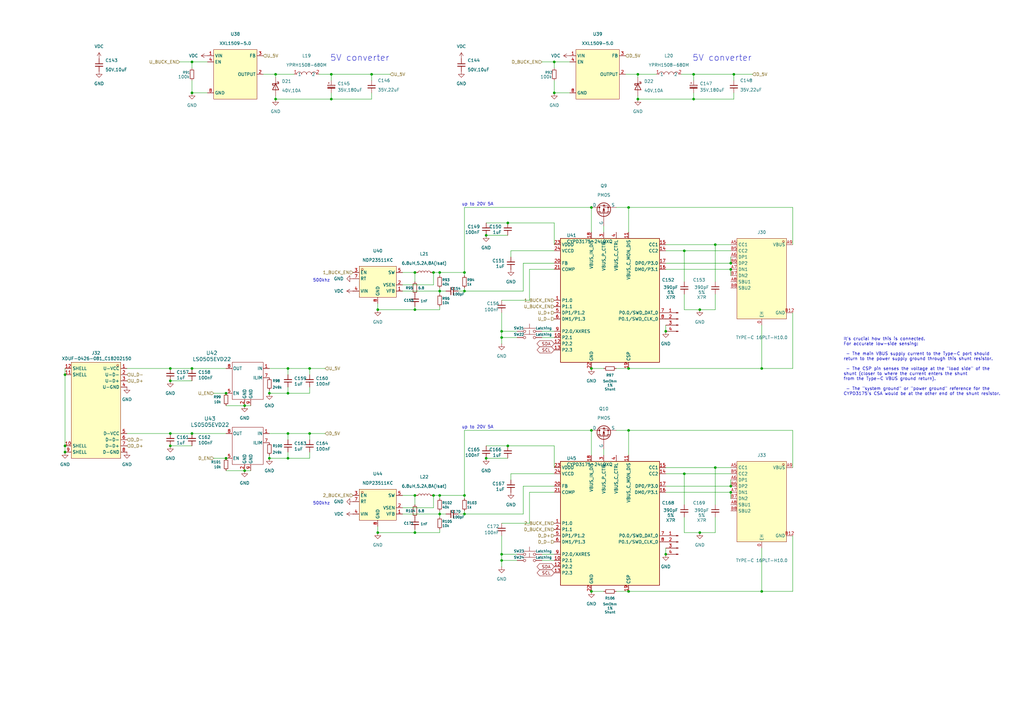
<source format=kicad_sch>
(kicad_sch (version 20250114) (generator "eeschema") (generator_version "9.0")
  (paper "A3")
  (text "up to 20V 5A" (at 202.438 175.26 0) (effects (font (size 1.27 1.27)) (justify right)))
  (text "5V converter" (at 296.164 23.876 0) (effects (font (size 2.54 2.54))))
  (text "up to 20V 5A" (at 202.438 83.82 0) (effects (font (size 1.27 1.27)) (justify right)))
  (text "500khz" (at 131.826 206.502 0) (effects (font (size 1.27 1.27))))
  (text "500khz" (at 131.826 115.062 0) (effects (font (size 1.27 1.27))))
  (text "5V converter" (at 147.574 23.876 0) (effects (font (size 2.54 2.54))))
  (text "It's crucial how this is connected.\nFor accurate low-side sensing:\n\n - The main VBUS supply current to the Type-C port should\nreturn to the power supply ground through this shunt resistor.\n\n - The CSP pin senses the voltage at the \"load side\" of the\nshunt (closer to where the current enters the shunt\nfrom the Type-C VBUS ground return).\n\n - The \"system ground\" or \"power ground\" reference for the\nCYPD3175's CSA would be at the other end of the shunt resistor." (at 345.948 150.368 0) (effects (font (size 1.27 1.27)) (justify left)))
  (junction (at 284.48 40.64))
  (junction (at 299.72 110.49))
  (junction (at 205.74 229.87))
  (junction (at 190.5 119.38))
  (junction (at 180.34 203.2))
  (junction (at 110.49 187.96))
  (junction (at 287.02 127))
  (junction (at 205.74 138.43))
  (junction (at 78.74 177.8))
  (junction (at 257.81 242.57))
  (junction (at 100.33 166.37))
  (junction (at 92.71 161.29))
  (junction (at 261.62 40.64))
  (junction (at 312.42 242.57))
  (junction (at 199.39 187.96))
  (junction (at 154.94 127))
  (junction (at 205.74 135.89))
  (junction (at 69.85 151.13))
  (junction (at 78.74 151.13))
  (junction (at 257.81 176.53))
  (junction (at 312.42 151.13))
  (junction (at 257.81 151.13))
  (junction (at 287.02 218.44))
  (junction (at 280.67 194.31))
  (junction (at 127 177.8))
  (junction (at 190.5 203.2))
  (junction (at 177.8 203.2))
  (junction (at 242.57 85.09))
  (junction (at 293.37 191.77))
  (junction (at 180.34 119.38))
  (junction (at 135.89 30.48))
  (junction (at 154.94 218.44))
  (junction (at 170.18 218.44))
  (junction (at 208.28 91.44))
  (junction (at 26.67 185.42))
  (junction (at 69.85 182.88))
  (junction (at 293.37 100.33))
  (junction (at 113.03 40.64))
  (junction (at 69.85 177.8))
  (junction (at 242.57 242.57))
  (junction (at 26.67 153.67))
  (junction (at 242.57 176.53))
  (junction (at 180.34 111.76))
  (junction (at 190.5 111.76))
  (junction (at 135.89 40.64))
  (junction (at 152.4 30.48))
  (junction (at 299.72 201.93))
  (junction (at 170.18 111.76))
  (junction (at 273.05 227.33))
  (junction (at 118.11 187.96))
  (junction (at 26.67 182.88))
  (junction (at 257.81 85.09))
  (junction (at 199.39 96.52))
  (junction (at 280.67 102.87))
  (junction (at 208.28 182.88))
  (junction (at 227.33 25.4))
  (junction (at 170.18 203.2))
  (junction (at 242.57 151.13))
  (junction (at 299.72 199.39))
  (junction (at 78.74 38.1))
  (junction (at 177.8 111.76))
  (junction (at 118.11 177.8))
  (junction (at 100.33 193.04))
  (junction (at 273.05 135.89))
  (junction (at 118.11 151.13))
  (junction (at 78.74 25.4))
  (junction (at 110.49 161.29))
  (junction (at 300.99 30.48))
  (junction (at 190.5 210.82))
  (junction (at 69.85 156.21))
  (junction (at 299.72 107.95))
  (junction (at 118.11 161.29))
  (junction (at 261.62 30.48))
  (junction (at 227.33 38.1))
  (junction (at 92.71 187.96))
  (junction (at 113.03 30.48))
  (junction (at 284.48 30.48))
  (junction (at 180.34 210.82))
  (junction (at 127 151.13))
  (junction (at 205.74 227.33))
  (junction (at 170.18 127))
  (wire (pts (xy 312.42 133.35) (xy 312.42 151.13)))
  (wire (pts (xy 170.18 127) (xy 180.34 127)))
  (wire (pts (xy 273.05 110.49) (xy 299.72 110.49)))
  (wire (pts (xy 261.62 40.64) (xy 284.48 40.64)))
  (wire (pts (xy 52.07 177.8) (xy 69.85 177.8)))
  (wire (pts (xy 227.33 25.4) (xy 227.33 27.94)))
  (wire (pts (xy 135.89 40.64) (xy 135.89 38.1)))
  (wire (pts (xy 78.74 177.8) (xy 92.71 177.8)))
  (wire (pts (xy 300.99 30.48) (xy 308.61 30.48)))
  (wire (pts (xy 312.42 242.57) (xy 325.12 242.57)))
  (wire (pts (xy 170.18 203.2) (xy 170.18 207.01)))
  (wire (pts (xy 242.57 176.53) (xy 242.57 186.69)))
  (wire (pts (xy 325.12 151.13) (xy 325.12 128.27)))
  (wire (pts (xy 205.74 229.87) (xy 205.74 227.33)))
  (wire (pts (xy 284.48 40.64) (xy 284.48 38.1)))
  (wire (pts (xy 177.8 116.84) (xy 177.8 111.76)))
  (wire (pts (xy 252.73 176.53) (xy 257.81 176.53)))
  (wire (pts (xy 242.57 151.13) (xy 247.65 151.13)))
  (wire (pts (xy 312.42 224.79) (xy 312.42 242.57)))
  (wire (pts (xy 261.62 30.48) (xy 269.24 30.48)))
  (wire (pts (xy 133.35 151.13) (xy 127 151.13)))
  (wire (pts (xy 100.33 166.37) (xy 102.87 166.37)))
  (wire (pts (xy 177.8 208.28) (xy 177.8 203.2)))
  (wire (pts (xy 257.81 176.53) (xy 325.12 176.53)))
  (wire (pts (xy 190.5 119.38) (xy 187.96 119.38)))
  (wire (pts (xy 217.17 110.49) (xy 217.17 123.19)))
  (wire (pts (xy 227.33 38.1) (xy 227.33 33.02)))
  (wire (pts (xy 325.12 85.09) (xy 325.12 100.33)))
  (wire (pts (xy 69.85 151.13) (xy 78.74 151.13)))
  (wire (pts (xy 299.72 201.93) (xy 299.72 204.47)))
  (wire (pts (xy 217.17 123.19) (xy 205.74 123.19)))
  (wire (pts (xy 87.63 161.29) (xy 92.71 161.29)))
  (wire (pts (xy 300.99 30.48) (xy 300.99 33.02)))
  (wire (pts (xy 133.35 177.8) (xy 127 177.8)))
  (wire (pts (xy 299.72 110.49) (xy 299.72 113.03)))
  (wire (pts (xy 273.05 107.95) (xy 299.72 107.95)))
  (wire (pts (xy 217.17 214.63) (xy 205.74 214.63)))
  (wire (pts (xy 154.94 124.46) (xy 154.94 127)))
  (wire (pts (xy 299.72 199.39) (xy 299.72 196.85)))
  (wire (pts (xy 190.5 119.38) (xy 214.63 119.38)))
  (wire (pts (xy 205.74 138.43) (xy 205.74 135.89)))
  (wire (pts (xy 118.11 161.29) (xy 127 161.29)))
  (wire (pts (xy 300.99 40.64) (xy 300.99 38.1)))
  (wire (pts (xy 284.48 40.64) (xy 300.99 40.64)))
  (wire (pts (xy 152.4 30.48) (xy 152.4 33.02)))
  (wire (pts (xy 154.94 215.9) (xy 154.94 218.44)))
  (wire (pts (xy 78.74 38.1) (xy 85.09 38.1)))
  (wire (pts (xy 257.81 151.13) (xy 312.42 151.13)))
  (wire (pts (xy 205.74 232.41) (xy 205.74 229.87)))
  (wire (pts (xy 127 158.75) (xy 127 161.29)))
  (wire (pts (xy 154.94 218.44) (xy 170.18 218.44)))
  (wire (pts (xy 69.85 177.8) (xy 78.74 177.8)))
  (wire (pts (xy 227.33 91.44) (xy 227.33 100.33)))
  (wire (pts (xy 208.28 91.44) (xy 227.33 91.44)))
  (wire (pts (xy 199.39 96.52) (xy 208.28 96.52)))
  (wire (pts (xy 293.37 212.09) (xy 293.37 218.44)))
  (wire (pts (xy 222.25 227.33) (xy 227.33 227.33)))
  (wire (pts (xy 130.81 30.48) (xy 135.89 30.48)))
  (wire (pts (xy 118.11 151.13) (xy 110.49 151.13)))
  (wire (pts (xy 190.5 209.55) (xy 190.5 210.82)))
  (wire (pts (xy 180.34 111.76) (xy 190.5 111.76)))
  (wire (pts (xy 113.03 30.48) (xy 120.65 30.48)))
  (wire (pts (xy 110.49 161.29) (xy 118.11 161.29)))
  (wire (pts (xy 190.5 113.03) (xy 190.5 111.76)))
  (wire (pts (xy 154.94 127) (xy 170.18 127)))
  (wire (pts (xy 208.28 182.88) (xy 227.33 182.88)))
  (wire (pts (xy 118.11 185.42) (xy 118.11 187.96)))
  (wire (pts (xy 280.67 194.31) (xy 280.67 207.01)))
  (wire (pts (xy 325.12 242.57) (xy 325.12 219.71)))
  (wire (pts (xy 222.25 25.4) (xy 227.33 25.4)))
  (wire (pts (xy 312.42 151.13) (xy 325.12 151.13)))
  (wire (pts (xy 110.49 161.29) (xy 110.49 160.02)))
  (wire (pts (xy 190.5 85.09) (xy 242.57 85.09)))
  (wire (pts (xy 247.65 184.15) (xy 247.65 186.69)))
  (wire (pts (xy 190.5 118.11) (xy 190.5 119.38)))
  (wire (pts (xy 280.67 102.87) (xy 299.72 102.87)))
  (wire (pts (xy 100.33 193.04) (xy 102.87 193.04)))
  (wire (pts (xy 180.34 127) (xy 180.34 125.73)))
  (wire (pts (xy 205.74 135.89) (xy 212.09 135.89)))
  (wire (pts (xy 190.5 176.53) (xy 242.57 176.53)))
  (wire (pts (xy 135.89 30.48) (xy 152.4 30.48)))
  (wire (pts (xy 205.74 229.87) (xy 212.09 229.87)))
  (wire (pts (xy 257.81 176.53) (xy 257.81 186.69)))
  (wire (pts (xy 252.73 242.57) (xy 257.81 242.57)))
  (wire (pts (xy 205.74 135.89) (xy 205.74 128.27)))
  (wire (pts (xy 256.54 30.48) (xy 261.62 30.48)))
  (wire (pts (xy 87.63 187.96) (xy 92.71 187.96)))
  (wire (pts (xy 69.85 156.21) (xy 78.74 156.21)))
  (wire (pts (xy 209.55 102.87) (xy 209.55 105.41)))
  (wire (pts (xy 261.62 40.64) (xy 261.62 39.37)))
  (wire (pts (xy 190.5 210.82) (xy 214.63 210.82)))
  (wire (pts (xy 205.74 138.43) (xy 212.09 138.43)))
  (wire (pts (xy 127 153.67) (xy 127 151.13)))
  (wire (pts (xy 180.34 210.82) (xy 182.88 210.82)))
  (wire (pts (xy 273.05 194.31) (xy 280.67 194.31)))
  (wire (pts (xy 26.67 182.88) (xy 26.67 185.42)))
  (wire (pts (xy 180.34 203.2) (xy 190.5 203.2)))
  (wire (pts (xy 214.63 210.82) (xy 214.63 199.39)))
  (wire (pts (xy 205.74 227.33) (xy 205.74 219.71)))
  (wire (pts (xy 293.37 120.65) (xy 293.37 127)))
  (wire (pts (xy 279.4 30.48) (xy 284.48 30.48)))
  (wire (pts (xy 252.73 151.13) (xy 257.81 151.13)))
  (wire (pts (xy 180.34 119.38) (xy 180.34 120.65)))
  (wire (pts (xy 227.33 182.88) (xy 227.33 191.77)))
  (wire (pts (xy 257.81 85.09) (xy 257.81 95.25)))
  (wire (pts (xy 280.67 212.09) (xy 280.67 218.44)))
  (wire (pts (xy 209.55 194.31) (xy 209.55 196.85)))
  (wire (pts (xy 26.67 153.67) (xy 26.67 182.88)))
  (wire (pts (xy 273.05 199.39) (xy 299.72 199.39)))
  (wire (pts (xy 127 151.13) (xy 118.11 151.13)))
  (wire (pts (xy 170.18 218.44) (xy 170.18 217.17)))
  (wire (pts (xy 199.39 182.88) (xy 208.28 182.88)))
  (wire (pts (xy 293.37 100.33) (xy 293.37 115.57)))
  (wire (pts (xy 52.07 151.13) (xy 69.85 151.13)))
  (wire (pts (xy 325.12 176.53) (xy 325.12 191.77)))
  (wire (pts (xy 118.11 187.96) (xy 127 187.96)))
  (wire (pts (xy 26.67 151.13) (xy 26.67 153.67)))
  (wire (pts (xy 127 177.8) (xy 118.11 177.8)))
  (wire (pts (xy 293.37 191.77) (xy 299.72 191.77)))
  (wire (pts (xy 170.18 111.76) (xy 170.18 115.57)))
  (wire (pts (xy 227.33 38.1) (xy 233.68 38.1)))
  (wire (pts (xy 180.34 111.76) (xy 180.34 113.03)))
  (wire (pts (xy 273.05 102.87) (xy 280.67 102.87)))
  (wire (pts (xy 118.11 180.34) (xy 118.11 177.8)))
  (wire (pts (xy 209.55 102.87) (xy 227.33 102.87)))
  (wire (pts (xy 214.63 119.38) (xy 214.63 107.95)))
  (wire (pts (xy 110.49 187.96) (xy 110.49 186.69)))
  (wire (pts (xy 190.5 203.2) (xy 190.5 176.53)))
  (wire (pts (xy 152.4 30.48) (xy 160.02 30.48)))
  (wire (pts (xy 222.25 138.43) (xy 227.33 138.43)))
  (wire (pts (xy 127 180.34) (xy 127 177.8)))
  (wire (pts (xy 284.48 30.48) (xy 300.99 30.48)))
  (wire (pts (xy 293.37 218.44) (xy 287.02 218.44)))
  (wire (pts (xy 180.34 118.11) (xy 180.34 119.38)))
  (wire (pts (xy 127 185.42) (xy 127 187.96)))
  (wire (pts (xy 222.25 135.89) (xy 227.33 135.89)))
  (wire (pts (xy 180.34 218.44) (xy 180.34 217.17)))
  (wire (pts (xy 78.74 25.4) (xy 78.74 27.94)))
  (wire (pts (xy 273.05 201.93) (xy 299.72 201.93)))
  (wire (pts (xy 280.67 120.65) (xy 280.67 127)))
  (wire (pts (xy 170.18 127) (xy 170.18 125.73)))
  (wire (pts (xy 299.72 107.95) (xy 299.72 105.41)))
  (wire (pts (xy 165.1 210.82) (xy 180.34 210.82)))
  (wire (pts (xy 205.74 140.97) (xy 205.74 138.43)))
  (wire (pts (xy 247.65 92.71) (xy 247.65 95.25)))
  (wire (pts (xy 113.03 31.75) (xy 113.03 30.48)))
  (wire (pts (xy 214.63 199.39) (xy 227.33 199.39)))
  (wire (pts (xy 252.73 85.09) (xy 257.81 85.09)))
  (wire (pts (xy 293.37 191.77) (xy 293.37 207.01)))
  (wire (pts (xy 190.5 111.76) (xy 190.5 85.09)))
  (wire (pts (xy 78.74 38.1) (xy 78.74 33.02)))
  (wire (pts (xy 92.71 166.37) (xy 100.33 166.37)))
  (wire (pts (xy 273.05 224.79) (xy 273.05 227.33)))
  (wire (pts (xy 190.5 204.47) (xy 190.5 203.2)))
  (wire (pts (xy 261.62 31.75) (xy 261.62 30.48)))
  (wire (pts (xy 92.71 193.04) (xy 100.33 193.04)))
  (wire (pts (xy 280.67 218.44) (xy 287.02 218.44)))
  (wire (pts (xy 177.8 203.2) (xy 180.34 203.2)))
  (wire (pts (xy 227.33 25.4) (xy 233.68 25.4)))
  (wire (pts (xy 280.67 102.87) (xy 280.67 115.57)))
  (wire (pts (xy 110.49 187.96) (xy 118.11 187.96)))
  (wire (pts (xy 118.11 158.75) (xy 118.11 161.29)))
  (wire (pts (xy 190.5 210.82) (xy 187.96 210.82)))
  (wire (pts (xy 217.17 201.93) (xy 217.17 214.63)))
  (wire (pts (xy 118.11 153.67) (xy 118.11 151.13)))
  (wire (pts (xy 152.4 40.64) (xy 152.4 38.1)))
  (wire (pts (xy 113.03 40.64) (xy 135.89 40.64)))
  (wire (pts (xy 217.17 201.93) (xy 227.33 201.93)))
  (wire (pts (xy 280.67 127) (xy 287.02 127)))
  (wire (pts (xy 214.63 107.95) (xy 227.33 107.95)))
  (wire (pts (xy 165.1 116.84) (xy 177.8 116.84)))
  (wire (pts (xy 180.34 119.38) (xy 182.88 119.38)))
  (wire (pts (xy 78.74 25.4) (xy 85.09 25.4)))
  (wire (pts (xy 284.48 33.02) (xy 284.48 30.48)))
  (wire (pts (xy 209.55 194.31) (xy 227.33 194.31)))
  (wire (pts (xy 165.1 111.76) (xy 170.18 111.76)))
  (wire (pts (xy 180.34 203.2) (xy 180.34 204.47)))
  (wire (pts (xy 113.03 40.64) (xy 113.03 39.37)))
  (wire (pts (xy 180.34 209.55) (xy 180.34 210.82)))
  (wire (pts (xy 107.95 30.48) (xy 113.03 30.48)))
  (wire (pts (xy 273.05 133.35) (xy 273.05 135.89)))
  (wire (pts (xy 273.05 191.77) (xy 293.37 191.77)))
  (wire (pts (xy 170.18 218.44) (xy 180.34 218.44)))
  (wire (pts (xy 222.25 229.87) (xy 227.33 229.87)))
  (wire (pts (xy 205.74 227.33) (xy 212.09 227.33)))
  (wire (pts (xy 78.74 151.13) (xy 92.71 151.13)))
  (wire (pts (xy 293.37 127) (xy 287.02 127)))
  (wire (pts (xy 165.1 208.28) (xy 177.8 208.28)))
  (wire (pts (xy 242.57 242.57) (xy 247.65 242.57)))
  (wire (pts (xy 242.57 85.09) (xy 242.57 95.25)))
  (wire (pts (xy 217.17 110.49) (xy 227.33 110.49)))
  (wire (pts (xy 257.81 242.57) (xy 312.42 242.57)))
  (wire (pts (xy 180.34 210.82) (xy 180.34 212.09)))
  (wire (pts (xy 280.67 194.31) (xy 299.72 194.31)))
  (wire (pts (xy 135.89 40.64) (xy 152.4 40.64)))
  (wire (pts (xy 118.11 177.8) (xy 110.49 177.8)))
  (wire (pts (xy 273.05 100.33) (xy 293.37 100.33)))
  (wire (pts (xy 135.89 33.02) (xy 135.89 30.48)))
  (wire (pts (xy 293.37 100.33) (xy 299.72 100.33)))
  (wire (pts (xy 73.66 25.4) (xy 78.74 25.4)))
  (wire (pts (xy 257.81 85.09) (xy 325.12 85.09)))
  (wire (pts (xy 69.85 182.88) (xy 78.74 182.88)))
  (wire (pts (xy 165.1 203.2) (xy 170.18 203.2)))
  (wire (pts (xy 199.39 187.96) (xy 208.28 187.96)))
  (wire (pts (xy 165.1 119.38) (xy 180.34 119.38)))
  (wire (pts (xy 177.8 111.76) (xy 180.34 111.76)))
  (wire (pts (xy 199.39 91.44) (xy 208.28 91.44)))
  (global_label "SCL" (shape bidirectional) (at 227.33 143.51 180) (property "Intersheetrefs" "${INTERSHEET_REFS}" (effects (hide yes))))
  (global_label "SCL" (shape bidirectional) (at 227.33 234.95 180) (property "Intersheetrefs" "${INTERSHEET_REFS}" (effects (hide yes))))
  (global_label "SDA" (shape bidirectional) (at 227.33 140.97 180) (property "Intersheetrefs" "${INTERSHEET_REFS}" (effects (hide yes))))
  (global_label "SDA" (shape bidirectional) (at 227.33 232.41 180) (property "Intersheetrefs" "${INTERSHEET_REFS}" (effects (hide yes))))
  (hierarchical_label "1_BUCK_EN" (shape input) (at 144.78 111.76 180))
  (hierarchical_label "D_EN" (shape input) (at 87.63 187.96 180))
  (hierarchical_label "U_D-" (shape input) (at 52.07 153.67 0))
  (hierarchical_label "U_D-" (shape input) (at 227.33 130.81 180))
  (hierarchical_label "U_EN" (shape input) (at 87.63 161.29 180))
  (hierarchical_label "U_5V" (shape input) (at 107.95 22.86 0))
  (hierarchical_label "2_BUCK_EN" (shape input) (at 144.78 203.2 180))
  (hierarchical_label "D_5V" (shape input) (at 256.54 22.86 0))
  (hierarchical_label "D_D-" (shape input) (at 227.33 222.25 180))
  (hierarchical_label "D_D+" (shape input) (at 227.33 219.71 180))
  (hierarchical_label "1_BUCK_EN" (shape input) (at 227.33 123.19 180))
  (hierarchical_label "U_D+" (shape input) (at 52.07 156.21 0))
  (hierarchical_label "U_5V" (shape input) (at 160.02 30.48 0))
  (hierarchical_label "D_BUCK_EN" (shape input) (at 227.33 217.17 180))
  (hierarchical_label "U_BUCK_EN" (shape input) (at 227.33 125.73 180))
  (hierarchical_label "D_BUCK_EN" (shape input) (at 222.25 25.4 180))
  (hierarchical_label "U_BUCK_EN" (shape input) (at 73.66 25.4 180))
  (hierarchical_label "D_5V" (shape input) (at 133.35 177.8 0))
  (hierarchical_label "U_5V" (shape input) (at 133.35 151.13 0))
  (hierarchical_label "D_D+" (shape input) (at 52.07 182.88 0))
  (hierarchical_label "D_D-" (shape input) (at 52.07 180.34 0))
  (hierarchical_label "D_5V" (shape input) (at 308.61 30.48 0))
  (hierarchical_label "2_BUCK_EN" (shape input) (at 227.33 214.63 180))
  (hierarchical_label "U_D+" (shape input) (at 227.33 128.27 180))
  (symbol (lib_id "Device:C_Small") (at 185.42 210.82 90) (unit 1)
    (property "Reference" "C170" (at 188.976 209.804 90) (effects (font (size 1.016 1.016)) (justify left)))
    (property "Value" "100pF" (at 190.5 212.09 90) (effects (font (size 1.016 1.016)) (justify left)))
    (property "Footprint" "Capacitor_SMD:C_0201_0603Metric_Pad0.64x0.40mm_HandSolder" (effects (hide yes)))
    (property "Description" "Unpolarized capacitor, small symbol" (effects (hide yes)))
  )
  (symbol (lib_id "Device:C_Polarized_Small") (at 135.89 35.56 0) (unit 1)
    (property "Reference" "C145" (at 138.43 34.29 0) (effects (justify left)))
    (property "Value" "35V,180uF" (at 138.43 36.9188 0) (effects (justify left)))
    (property "Footprint" "Capacitor_THT:CP_Radial_D8.0mm_P5.00mm" (effects (hide yes)))
    (property "Description" "Polarized capacitor, small symbol" (effects (hide yes)))
  )
  (symbol (lib_id "LS0505EVD22:LS0505EVD22") (at 115.57 177.8 0) (mirror y) (unit 1)
    (property "Reference" "U43" (at 86.106 171.704 0) (effects (font (size 1.524 1.524))))
    (property "Value" "LS0505EVD22" (at 86.106 174.244 0) (effects (font (size 1.524 1.524))))
    (property "Footprint" "LS0505EVD22:LS0505EVD22_LTF" (effects (hide yes)))
    (property "Datasheet" "LS0505EVD22" (effects (hide yes)))
  )
  (symbol (lib_id "Device:C_Small") (at 170.18 214.63 0) (unit 1)
    (property "Reference" "C171" (at 165.608 214.63 0) (effects (font (size 1.016 1.016)) (justify left)))
    (property "Value" "1nF" (at 172.466 214.884 0) (effects (font (size 1.016 1.016)) (justify left)))
    (property "Footprint" "Capacitor_SMD:C_0201_0603Metric_Pad0.64x0.40mm_HandSolder" (effects (hide yes)))
    (property "Description" "Unpolarized capacitor, small symbol" (effects (hide yes)))
  )
  (symbol (lib_id "power:GND") (at 273.05 135.89 0) (mirror y) (unit 1)
    (property "Reference" "#PWR0216" (effects (hide yes)))
    (property "Value" "GND" (at 273.05 140.97 0))
    (property "Description" "Power symbol creates a global label with name \"GND\" , ground" (effects (hide yes)))
  )
  (symbol (lib_id "power:GND") (at 242.57 242.57 0) (unit 1)
    (property "Reference" "#PWR0235" (effects (hide yes)))
    (property "Value" "GND" (at 242.57 247.65 0))
    (property "Description" "Power symbol creates a global label with name \"GND\" , ground" (effects (hide yes)))
  )
  (symbol (lib_id "Switch:SW_Push") (at 217.17 135.89 0) (unit 1) (on_board no)
    (property "Reference" "SW21" (at 212.852 134.62 0) (effects (font (size 1.016 1.016))))
    (property "Value" "Latching" (at 223.012 134.62 0) (effects (font (size 1.016 1.016))))
    (property "Footprint" "easyeda2kicad:SW-TH_6P-L8.0-W8.0-P2.50" (effects (hide yes)))
    (property "Description" "Push button switch, generic, two pins" (effects (hide yes)))
  )
  (symbol (lib_id "Device:C_Small") (at 69.85 153.67 180) (unit 1)
    (property "Reference" "C157" (at 72.39 152.654 0) (effects (justify right)))
    (property "Value" "1uF" (at 72.39 154.94 0) (effects (justify right)))
    (property "Footprint" "Capacitor_SMD:C_0402_1005Metric_Pad0.74x0.62mm_HandSolder" (effects (hide yes)))
    (property "Description" "Unpolarized capacitor, small symbol" (effects (hide yes)))
  )
  (symbol (lib_id "Connector:Conn_01x04_Pin") (at 278.13 130.81 0) (mirror y) (unit 1)
    (property "Reference" "J31" (effects (hide yes)))
    (property "Value" "Conn_01x04_Pin" (effects (hide yes)))
    (property "Footprint" "Connector_PinHeader_2.54mm:PinHeader_2x02_P2.54mm_Vertical" (effects (hide yes)))
    (property "Description" "Generic connector, single row, 01x04, script generated" (effects (hide yes)))
  )
  (symbol (lib_id "Device:C_Small") (at 300.99 35.56 0) (unit 1)
    (property "Reference" "C148" (at 303.53 33.02 0) (effects (justify left)))
    (property "Value" "35V,22uF" (at 303.53 36.83 0) (effects (justify left)))
    (property "Footprint" "Capacitor_SMD:C_0805_2012Metric_Pad1.18x1.45mm_HandSolder" (effects (hide yes)))
    (property "Description" "Unpolarized capacitor, small symbol" (effects (hide yes)))
  )
  (symbol (lib_id "misc:CYPD3175-24LQXQ") (at 250.19 123.19 0) (unit 1)
    (property "Reference" "U41" (at 232.41 96.52 0) (effects (justify left)))
    (property "Value" "CYPD3175-24LQXQ" (at 232.41 99.06 0) (effects (justify left)))
    (property "Footprint" "Package_DFN_QFN:QFN-24-1EP_4x4mm_P0.5mm_EP2.75x2.75mm" (effects (hide yes)))
    (property "Datasheet" "https://www.infineon.com/dgdl/Infineon-EZ-PD(TM)_CCG3PA_Datasheet_USB_Type-C_Port_Controller-DataSheet-v09_00-EN.pdf?fileId=8ac78c8c7d0d8da4017d0ee438366ac0" (effects (hide yes)))
    (property "Description" "USB Type-C port controller, Cortex®-M0 processor, DFP CC with direct feedback bootloader, QFN-24" (effects (hide yes)))
  )
  (symbol (lib_id "Device:R_Small") (at 92.71 190.5 0) (mirror y) (unit 1)
    (property "Reference" "R101" (at 90.678 189.4841 0) (effects (font (size 1.016 1.016)) (justify left)))
    (property "Value" "10k" (at 90.678 191.516 0) (effects (font (size 1.016 1.016)) (justify left)))
    (property "Footprint" "Resistor_SMD:R_0402_1005Metric_Pad0.72x0.64mm_HandSolder" (effects (hide yes)))
    (property "Description" "Resistor, small symbol" (effects (hide yes)))
  )
  (symbol (lib_id "Device:R_Small") (at 110.49 157.48 0) (unit 1)
    (property "Reference" "R98" (at 111.76 156.21 0) (effects (font (size 1.016 1.016)) (justify left)))
    (property "Value" "249k" (at 111.76 158.877 0) (effects (font (size 1.016 1.016)) (justify left)))
    (property "Footprint" "Resistor_SMD:R_0402_1005Metric_Pad0.72x0.64mm_HandSolder" (effects (hide yes)))
    (property "Description" "Resistor, small symbol" (effects (hide yes)))
  )
  (symbol (lib_id "Device:L") (at 173.99 203.2 90) (unit 1)
    (property "Reference" "L22" (at 173.99 195.58 90))
    (property "Value" "6.8uH,5.2A,8A(Isat)" (at 173.99 199.39 90))
    (property "Footprint" "easyeda2kicad:IND-SMD_L8.0-W8.0-1" (effects (hide yes)))
    (property "Description" "Inductor" (effects (hide yes)))
  )
  (symbol (lib_id "power:GND") (at 40.64 29.21 0) (unit 1)
    (property "Reference" "#PWR0203" (effects (hide yes)))
    (property "Value" "GND" (at 40.64 34.29 0))
    (property "Description" "Power symbol creates a global label with name \"GND\" , ground" (effects (hide yes)))
  )
  (symbol (lib_id "Device:C_Polarized_Small") (at 284.48 35.56 0) (unit 1)
    (property "Reference" "C147" (at 287.02 34.29 0) (effects (justify left)))
    (property "Value" "35V,180uF" (at 287.02 36.9188 0) (effects (justify left)))
    (property "Footprint" "Capacitor_THT:CP_Radial_D8.0mm_P5.00mm" (effects (hide yes)))
    (property "Description" "Polarized capacitor, small symbol" (effects (hide yes)))
  )
  (symbol (lib_id "easyeda2kicad:XXL1509-5.0") (at 96.52 30.48 0) (mirror y) (unit 1)
    (property "Reference" "U38" (at 96.52 13.97 0))
    (property "Value" "XXL1509-5.0" (at 96.52 17.78 0))
    (property "Footprint" "easyeda2kicad:SOIC-8_L4.9-W3.9-P1.27-LS6.0-BL" (effects (hide yes)))
    (property "LCSC Part" "C42376977" (effects (hide yes)))
  )
  (symbol (lib_id "Device:C_Small") (at 209.55 107.95 0) (mirror x) (unit 1)
    (property "Reference" "C151" (at 207.01 106.934 0) (effects (justify right)))
    (property "Value" "1uF" (at 207.01 109.22 0) (effects (justify right)))
    (property "Footprint" "Capacitor_SMD:C_0402_1005Metric_Pad0.74x0.62mm_HandSolder" (effects (hide yes)))
    (property "Description" "Unpolarized capacitor, small symbol" (effects (hide yes)))
  )
  (symbol (lib_id "power:VDC") (at 144.78 119.38 90) (unit 1)
    (property "Reference" "#PWR0283" (effects (hide yes)))
    (property "Value" "VDC" (at 140.97 119.3799 90) (effects (justify left)))
    (property "Description" "Power symbol creates a global label with name \"VDC\"" (effects (hide yes)))
  )
  (symbol (lib_id "power:GND") (at 205.74 140.97 0) (unit 1)
    (property "Reference" "#PWR0214" (effects (hide yes)))
    (property "Value" "GND" (at 205.74 146.05 0))
    (property "Description" "Power symbol creates a global label with name \"GND\" , ground" (effects (hide yes)))
  )
  (symbol (lib_id "power:VDC") (at 233.68 22.86 90) (unit 1)
    (property "Reference" "#PWR0200" (effects (hide yes)))
    (property "Value" "VDC" (at 229.87 22.8599 90) (effects (justify left)))
    (property "Description" "Power symbol creates a global label with name \"VDC\"" (effects (hide yes)))
  )
  (symbol (lib_id "Switch:SW_Push") (at 217.17 229.87 0) (unit 1) (on_board no)
    (property "Reference" "SW24" (at 212.852 228.6 0) (effects (font (size 1.016 1.016))))
    (property "Value" "Latching" (at 223.012 228.6 0) (effects (font (size 1.016 1.016))))
    (property "Footprint" "easyeda2kicad:SW-TH_6P-L8.0-W8.0-P2.50" (effects (hide yes)))
    (property "Description" "Push button switch, generic, two pins" (effects (hide yes)))
  )
  (symbol (lib_id "easyeda2kicad:NDP23511KC") (at 154.94 115.57 0) (unit 1)
    (property "Reference" "U40" (at 154.94 102.87 0))
    (property "Value" "NDP23511KC" (at 154.94 106.68 0))
    (property "Footprint" "easyeda2kicad:SOP-8_L4.9-W3.9-P1.27-LS6.0-BL" (effects (hide yes)))
    (property "LCSC Part" "C17702285" (effects (hide yes)))
  )
  (symbol (lib_id "Device:R_Small") (at 110.49 184.15 0) (unit 1)
    (property "Reference" "R100" (at 111.76 182.88 0) (effects (font (size 1.016 1.016)) (justify left)))
    (property "Value" "249k" (at 111.76 185.547 0) (effects (font (size 1.016 1.016)) (justify left)))
    (property "Footprint" "Resistor_SMD:R_0402_1005Metric_Pad0.72x0.64mm_HandSolder" (effects (hide yes)))
    (property "Description" "Resistor, small symbol" (effects (hide yes)))
  )
  (symbol (lib_id "Device:R_Small") (at 78.74 30.48 180) (unit 1)
    (property "Reference" "R91" (at 76.454 29.718 0) (effects (font (size 1.016 1.016))))
    (property "Value" "100k" (at 75.438 31.496 0))
    (property "Footprint" "Resistor_SMD:R_0402_1005Metric_Pad0.72x0.64mm_HandSolder" (effects (hide yes)))
    (property "Description" "Resistor, small symbol" (effects (hide yes)))
  )
  (symbol (lib_id "power:GND") (at 227.33 38.1 0) (mirror y) (unit 1)
    (property "Reference" "#PWR0206" (effects (hide yes)))
    (property "Value" "GND" (at 227.33 43.18 0))
    (property "Description" "Power symbol creates a global label with name \"GND\" , ground" (effects (hide yes)))
  )
  (symbol (lib_id "Device:R_Small") (at 190.5 115.57 0) (unit 1)
    (property "Reference" "R94" (at 191.516 114.808 0) (effects (font (size 1.016 1.016)) (justify left)))
    (property "Value" "1k" (at 191.516 116.586 0) (effects (font (size 1.016 1.016)) (justify left)))
    (property "Footprint" "Resistor_SMD:R_0402_1005Metric_Pad0.72x0.64mm_HandSolder" (effects (hide yes)))
    (property "Description" "Resistor, small symbol" (effects (hide yes)))
  )
  (symbol (lib_id "Simulation_SPICE:PMOS") (at 247.65 179.07 90) (unit 1)
    (property "Reference" "Q10" (at 247.65 167.64 90))
    (property "Value" "PMOS" (at 247.65 171.45 90))
    (property "Footprint" "easyeda2kicad:PDFN-8_L5.2-W5.9-P1.27-LS6.2-BL" (effects (hide yes)))
    (property "Datasheet" "https://ngspice.sourceforge.io/docs/ngspice-html-manual/manual.xhtml#cha_MOSFETs" (effects (hide yes)))
    (property "Description" "P-MOSFET transistor, drain/source/gate" (effects (hide yes)))
    (property "Sim.Device" "PMOS" (effects (hide yes)))
    (property "Sim.Type" "VDMOS" (effects (hide yes)))
    (property "Sim.Pins" "1=D 2=G 3=S" (effects (hide yes)))
  )
  (symbol (lib_id "power:GND") (at 205.74 232.41 0) (unit 1)
    (property "Reference" "#PWR0232" (effects (hide yes)))
    (property "Value" "GND" (at 205.74 237.49 0))
    (property "Description" "Power symbol creates a global label with name \"GND\" , ground" (effects (hide yes)))
  )
  (symbol (lib_id "Device:C_Small") (at 293.37 118.11 0) (mirror y) (unit 1)
    (property "Reference" "C153" (at 289.306 114.808 0) (effects (justify left)))
    (property "Value" "390pF\n5%\nX7R" (at 290.83 119.888 0) (effects (justify left)))
    (property "Footprint" "Capacitor_SMD:C_0603_1608Metric_Pad1.08x0.95mm_HandSolder" (effects (hide yes)))
    (property "Description" "Unpolarized capacitor, small symbol" (effects (hide yes)))
  )
  (symbol (lib_id "Device:R_Small") (at 170.18 118.11 0) (unit 1)
    (property "Reference" "R95" (at 166.37 118.11 0) (effects (font (size 1.016 1.016)) (justify left)))
    (property "Value" "6.8" (at 171.45 118.11 0) (effects (font (size 1.016 1.016)) (justify left)))
    (property "Footprint" "Resistor_SMD:R_0402_1005Metric_Pad0.72x0.64mm_HandSolder" (effects (hide yes)))
    (property "Description" "Resistor, small symbol" (effects (hide yes)))
  )
  (symbol (lib_id "Device:C_Small") (at 280.67 118.11 0) (mirror y) (unit 1)
    (property "Reference" "C152" (at 276.606 114.808 0) (effects (justify left)))
    (property "Value" "390pF\n5%\nX7R" (at 278.13 119.888 0) (effects (justify left)))
    (property "Footprint" "Capacitor_SMD:C_0603_1608Metric_Pad1.08x0.95mm_HandSolder" (effects (hide yes)))
    (property "Description" "Unpolarized capacitor, small symbol" (effects (hide yes)))
  )
  (symbol (lib_id "power:VDC") (at 85.09 22.86 90) (unit 1)
    (property "Reference" "#PWR0199" (effects (hide yes)))
    (property "Value" "VDC" (at 81.28 22.8599 90) (effects (justify left)))
    (property "Description" "Power symbol creates a global label with name \"VDC\"" (effects (hide yes)))
  )
  (symbol (lib_id "LS0505EVD22:LS0505EVD22") (at 115.57 151.13 0) (mirror y) (unit 1)
    (property "Reference" "U42" (at 86.868 144.78 0) (effects (font (size 1.524 1.524))))
    (property "Value" "LS0505EVD22" (at 86.868 147.32 0) (effects (font (size 1.524 1.524))))
    (property "Footprint" "LS0505EVD22:LS0505EVD22_LTF" (effects (hide yes)))
    (property "Datasheet" "LS0505EVD22" (effects (hide yes)))
  )
  (symbol (lib_id "power:GND") (at 154.94 218.44 0) (unit 1)
    (property "Reference" "#PWR0230" (effects (hide yes)))
    (property "Value" "GND" (at 154.94 223.52 0))
    (property "Description" "Power symbol creates a global label with name \"GND\" , ground" (effects (hide yes)))
  )
  (symbol (lib_id "Device:C_Small") (at 127 156.21 180) (unit 1)
    (property "Reference" "C160" (at 129.54 155.194 0) (effects (justify right)))
    (property "Value" "100nF" (at 129.54 157.48 0) (effects (justify right)))
    (property "Footprint" "Capacitor_SMD:C_0201_0603Metric_Pad0.64x0.40mm_HandSolder" (effects (hide yes)))
    (property "Description" "Unpolarized capacitor, small symbol" (effects (hide yes)))
  )
  (symbol (lib_id "Device:L") (at 173.99 111.76 90) (unit 1)
    (property "Reference" "L21" (at 173.99 104.14 90))
    (property "Value" "6.8uH,5.2A,8A(Isat)" (at 173.99 107.95 90))
    (property "Footprint" "easyeda2kicad:IND-SMD_L8.0-W8.0-1" (effects (hide yes)))
    (property "Description" "Inductor" (effects (hide yes)))
  )
  (symbol (lib_id "power:GND") (at 199.39 187.96 0) (unit 1)
    (property "Reference" "#PWR0226" (effects (hide yes)))
    (property "Value" "GND" (at 199.39 193.04 0))
    (property "Description" "Power symbol creates a global label with name \"GND\" , ground" (effects (hide yes)))
  )
  (symbol (lib_id "Device:C_Small") (at 209.55 199.39 0) (mirror x) (unit 1)
    (property "Reference" "C167" (at 207.01 198.374 0) (effects (justify right)))
    (property "Value" "1uF" (at 207.01 200.66 0) (effects (justify right)))
    (property "Footprint" "Capacitor_SMD:C_0402_1005Metric_Pad0.74x0.62mm_HandSolder" (effects (hide yes)))
    (property "Description" "Unpolarized capacitor, small symbol" (effects (hide yes)))
  )
  (symbol (lib_id "power:GND") (at 189.23 29.21 0) (unit 1)
    (property "Reference" "#PWR0204" (effects (hide yes)))
    (property "Value" "GND" (at 189.23 34.29 0))
    (property "Description" "Power symbol creates a global label with name \"GND\" , ground" (effects (hide yes)))
  )
  (symbol (lib_id "Device:C_Small") (at 118.11 156.21 180) (unit 1)
    (property "Reference" "C159" (at 120.65 155.194 0) (effects (justify right)))
    (property "Value" "1uF" (at 120.65 157.48 0) (effects (justify right)))
    (property "Footprint" "Capacitor_SMD:C_0402_1005Metric_Pad0.74x0.62mm_HandSolder" (effects (hide yes)))
    (property "Description" "Unpolarized capacitor, small symbol" (effects (hide yes)))
  )
  (symbol (lib_id "easyeda2kicad:TYPE-C16PLT-H10.0") (at 312.42 115.57 0) (mirror y) (unit 1)
    (property "Reference" "J30" (at 312.42 95.25 0))
    (property "Value" "TYPE-C 16PLT-H10.0" (at 312.42 138.43 0))
    (property "Footprint" "easyeda2kicad:TYPE-C-SMD_USB4120-03-C" (effects (hide yes)))
    (property "LCSC Part" "C3151749" (effects (hide yes)))
  )
  (symbol (lib_id "Device:C_Small") (at 118.11 182.88 180) (unit 1)
    (property "Reference" "C163" (at 120.65 181.864 0) (effects (justify right)))
    (property "Value" "1uF" (at 120.65 184.15 0) (effects (justify right)))
    (property "Footprint" "Capacitor_SMD:C_0402_1005Metric_Pad0.74x0.62mm_HandSolder" (effects (hide yes)))
    (property "Description" "Unpolarized capacitor, small symbol" (effects (hide yes)))
  )
  (symbol (lib_id "easyeda2kicad:NDP23511KC") (at 154.94 207.01 0) (unit 1)
    (property "Reference" "U44" (at 154.94 194.31 0))
    (property "Value" "NDP23511KC" (at 154.94 198.12 0))
    (property "Footprint" "easyeda2kicad:SOP-8_L4.9-W3.9-P1.27-LS6.0-BL" (effects (hide yes)))
    (property "LCSC Part" "C17702285" (effects (hide yes)))
  )
  (symbol (lib_id "Device:C_Small") (at 152.4 35.56 0) (unit 1)
    (property "Reference" "C146" (at 154.94 33.02 0) (effects (justify left)))
    (property "Value" "35V,22uF" (at 154.94 36.83 0) (effects (justify left)))
    (property "Footprint" "Capacitor_SMD:C_0805_2012Metric_Pad1.18x1.45mm_HandSolder" (effects (hide yes)))
    (property "Description" "Unpolarized capacitor, small symbol" (effects (hide yes)))
  )
  (symbol (lib_id "Device:R_Small") (at 180.34 214.63 0) (unit 1)
    (property "Reference" "R105" (at 181.356 213.868 0) (effects (font (size 1.016 1.016)) (justify left)))
    (property "Value" "10k" (at 181.356 215.646 0) (effects (font (size 1.016 1.016)) (justify left)))
    (property "Footprint" "Resistor_SMD:R_0402_1005Metric_Pad0.72x0.64mm_HandSolder" (effects (hide yes)))
    (property "Description" "Resistor, small symbol" (effects (hide yes)))
  )
  (symbol (lib_id "power:GND") (at 144.78 114.3 270) (unit 1)
    (property "Reference" "#PWR0211" (effects (hide yes)))
    (property "Value" "GND" (at 140.97 114.2999 90) (effects (justify right)))
    (property "Description" "Power symbol creates a global label with name \"GND\" , ground" (effects (hide yes)))
  )
  (symbol (lib_id "Device:D_Schottky") (at 261.62 35.56 270) (unit 1)
    (property "Reference" "D22" (at 264.16 33.3374 90) (effects (justify left)))
    (property "Value" "40V,10A" (at 264.16 37.1474 90) (effects (justify left)))
    (property "Footprint" "Diode_SMD:D_SMB_Handsoldering" (effects (hide yes)))
    (property "Description" "Schottky diode" (effects (hide yes)))
  )
  (symbol (lib_id "Device:D_Schottky") (at 113.03 35.56 270) (unit 1)
    (property "Reference" "D21" (at 115.57 33.3374 90) (effects (justify left)))
    (property "Value" "40V,10A" (at 115.57 37.1474 90) (effects (justify left)))
    (property "Footprint" "Diode_SMD:D_SMB_Handsoldering" (effects (hide yes)))
    (property "Description" "Schottky diode" (effects (hide yes)))
  )
  (symbol (lib_id "Device:R_Small") (at 180.34 115.57 0) (unit 1)
    (property "Reference" "R93" (at 181.356 114.808 0) (effects (font (size 1.016 1.016)) (justify left)))
    (property "Value" "40k" (at 181.356 116.586 0) (effects (font (size 1.016 1.016)) (justify left)))
    (property "Footprint" "Resistor_SMD:R_0603_1608Metric_Pad0.98x0.95mm_HandSolder" (effects (hide yes)))
    (property "Description" "Resistor, small symbol" (effects (hide yes)))
  )
  (symbol (lib_id "power:GND") (at 273.05 227.33 0) (mirror y) (unit 1)
    (property "Reference" "#PWR0234" (effects (hide yes)))
    (property "Value" "GND" (at 273.05 232.41 0))
    (property "Description" "Power symbol creates a global label with name \"GND\" , ground" (effects (hide yes)))
  )
  (symbol (lib_id "power:GND") (at 287.02 218.44 0) (unit 1)
    (property "Reference" "#PWR0231" (effects (hide yes)))
    (property "Value" "GND" (at 287.02 223.52 0))
    (property "Description" "Power symbol creates a global label with name \"GND\" , ground" (effects (hide yes)))
  )
  (symbol (lib_id "power:GND") (at 100.33 193.04 0) (mirror y) (unit 1)
    (property "Reference" "#PWR0227" (effects (hide yes)))
    (property "Value" "GND" (at 100.33 198.12 0))
    (property "Description" "Power symbol creates a global label with name \"GND\" , ground" (effects (hide yes)))
  )
  (symbol (lib_id "easyeda2kicad:YPRH1508-680M") (at 125.73 30.48 0) (unit 1)
    (property "Reference" "L19" (at 125.73 22.86 0))
    (property "Value" "YPRH1508-680M" (at 125.73 26.67 0))
    (property "Footprint" "easyeda2kicad:IND-SMD_L15.0-W15.0" (effects (hide yes)))
    (property "LCSC Part" "C970544" (effects (hide yes)))
  )
  (symbol (lib_id "power:GND") (at 209.55 110.49 0) (unit 1)
    (property "Reference" "#PWR0210" (effects (hide yes)))
    (property "Value" "GND" (at 209.55 115.57 0))
    (property "Description" "Power symbol creates a global label with name \"GND\" , ground" (effects (hide yes)))
  )
  (symbol (lib_id "Device:C_Small") (at 170.18 123.19 0) (unit 1)
    (property "Reference" "C155" (at 165.608 123.19 0) (effects (font (size 1.016 1.016)) (justify left)))
    (property "Value" "1nF" (at 172.466 123.444 0) (effects (font (size 1.016 1.016)) (justify left)))
    (property "Footprint" "Capacitor_SMD:C_0201_0603Metric_Pad0.64x0.40mm_HandSolder" (effects (hide yes)))
    (property "Description" "Unpolarized capacitor, small symbol" (effects (hide yes)))
  )
  (symbol (lib_id "Device:C_Small") (at 208.28 93.98 0) (mirror x) (unit 1)
    (property "Reference" "C150" (at 205.74 92.964 0) (effects (justify right)))
    (property "Value" "1uF" (at 205.74 95.25 0) (effects (justify right)))
    (property "Footprint" "Capacitor_SMD:C_0402_1005Metric_Pad0.74x0.62mm_HandSolder" (effects (hide yes)))
    (property "Description" "Unpolarized capacitor, small symbol" (effects (hide yes)))
  )
  (symbol (lib_id "power:GND") (at 113.03 40.64 0) (unit 1)
    (property "Reference" "#PWR0207" (effects (hide yes)))
    (property "Value" "GND" (at 113.03 45.72 0))
    (property "Description" "Power symbol creates a global label with name \"GND\" , ground" (effects (hide yes)))
  )
  (symbol (lib_id "power:GND") (at 52.07 185.42 0) (mirror y) (unit 1)
    (property "Reference" "#PWR0224" (effects (hide yes)))
    (property "Value" "GND" (at 52.07 190.5 0))
    (property "Description" "Power symbol creates a global label with name \"GND\" , ground" (effects (hide yes)))
  )
  (symbol (lib_id "power:GND") (at 242.57 151.13 0) (unit 1)
    (property "Reference" "#PWR0217" (effects (hide yes)))
    (property "Value" "GND" (at 242.57 156.21 0))
    (property "Description" "Power symbol creates a global label with name \"GND\" , ground" (effects (hide yes)))
  )
  (symbol (lib_id "Device:R_Small") (at 227.33 30.48 180) (unit 1)
    (property "Reference" "R92" (at 225.044 29.718 0) (effects (font (size 1.016 1.016))))
    (property "Value" "100k" (at 224.028 31.496 0))
    (property "Footprint" "Resistor_SMD:R_0402_1005Metric_Pad0.72x0.64mm_HandSolder" (effects (hide yes)))
    (property "Description" "Resistor, small symbol" (effects (hide yes)))
  )
  (symbol (lib_id "Device:C_Small") (at 78.74 180.34 180) (unit 1)
    (property "Reference" "C162" (at 81.28 179.324 0) (effects (justify right)))
    (property "Value" "100nF" (at 81.28 181.61 0) (effects (justify right)))
    (property "Footprint" "Capacitor_SMD:C_0201_0603Metric_Pad0.64x0.40mm_HandSolder" (effects (hide yes)))
    (property "Description" "Unpolarized capacitor, small symbol" (effects (hide yes)))
  )
  (symbol (lib_id "power:GND") (at 287.02 127 0) (unit 1)
    (property "Reference" "#PWR0213" (effects (hide yes)))
    (property "Value" "GND" (at 287.02 132.08 0))
    (property "Description" "Power symbol creates a global label with name \"GND\" , ground" (effects (hide yes)))
  )
  (symbol (lib_id "power:GND") (at 78.74 38.1 0) (mirror y) (unit 1)
    (property "Reference" "#PWR0205" (effects (hide yes)))
    (property "Value" "GND" (at 78.74 43.18 0))
    (property "Description" "Power symbol creates a global label with name \"GND\" , ground" (effects (hide yes)))
  )
  (symbol (lib_id "Device:C_Small") (at 69.85 180.34 180) (unit 1)
    (property "Reference" "C161" (at 72.39 179.324 0) (effects (justify right)))
    (property "Value" "1uF" (at 72.39 181.61 0) (effects (justify right)))
    (property "Footprint" "Capacitor_SMD:C_0402_1005Metric_Pad0.74x0.62mm_HandSolder" (effects (hide yes)))
    (property "Description" "Unpolarized capacitor, small symbol" (effects (hide yes)))
  )
  (symbol (lib_id "power:GND") (at 209.55 201.93 0) (unit 1)
    (property "Reference" "#PWR0228" (effects (hide yes)))
    (property "Value" "GND" (at 209.55 207.01 0))
    (property "Description" "Power symbol creates a global label with name \"GND\" , ground" (effects (hide yes)))
  )
  (symbol (lib_id "Device:C_Small") (at 280.67 209.55 0) (mirror y) (unit 1)
    (property "Reference" "C168" (at 276.606 206.248 0) (effects (justify left)))
    (property "Value" "390pF\n5%\nX7R" (at 278.13 211.328 0) (effects (justify left)))
    (property "Footprint" "Capacitor_SMD:C_0603_1608Metric_Pad1.08x0.95mm_HandSolder" (effects (hide yes)))
    (property "Description" "Unpolarized capacitor, small symbol" (effects (hide yes)))
  )
  (symbol (lib_id "power:VDC") (at 189.23 24.13 0) (unit 1)
    (property "Reference" "#PWR0202" (effects (hide yes)))
    (property "Value" "VDC" (at 189.23 19.05 0))
    (property "Description" "Power symbol creates a global label with name \"VDC\"" (effects (hide yes)))
  )
  (symbol (lib_id "Device:R_Small") (at 250.19 151.13 270) (mirror x) (unit 1)
    (property "Reference" "R97" (at 250.19 153.924 90) (effects (font (size 1.016 1.016))))
    (property "Value" "5mOhm\n1%\nShunt" (at 250.19 157.988 90) (effects (font (size 1.016 1.016))))
    (property "Footprint" "Resistor_SMD:R_1206_3216Metric_Pad1.30x1.75mm_HandSolder" (effects (hide yes)))
    (property "Description" "Resistor, small symbol" (effects (hide yes)))
  )
  (symbol (lib_id "power:GND") (at 199.39 96.52 0) (unit 1)
    (property "Reference" "#PWR0209" (effects (hide yes)))
    (property "Value" "GND" (at 199.39 101.6 0))
    (property "Description" "Power symbol creates a global label with name \"GND\" , ground" (effects (hide yes)))
  )
  (symbol (lib_id "power:GND") (at 110.49 187.96 0) (mirror y) (unit 1)
    (property "Reference" "#PWR0225" (effects (hide yes)))
    (property "Value" "GND" (at 110.49 193.04 0))
    (property "Description" "Power symbol creates a global label with name \"GND\" , ground" (effects (hide yes)))
  )
  (symbol (lib_id "Device:C_Small") (at 205.74 125.73 0) (mirror y) (unit 1)
    (property "Reference" "C156" (at 199.644 124.46 0) (effects (justify right)))
    (property "Value" "100nF" (at 198.628 127 0) (effects (justify right)))
    (property "Footprint" "Capacitor_SMD:C_0201_0603Metric_Pad0.64x0.40mm_HandSolder" (effects (hide yes)))
    (property "Description" "Unpolarized capacitor, small symbol" (effects (hide yes)))
  )
  (symbol (lib_id "power:VDC") (at 40.64 24.13 0) (unit 1)
    (property "Reference" "#PWR0201" (effects (hide yes)))
    (property "Value" "VDC" (at 40.64 19.05 0))
    (property "Description" "Power symbol creates a global label with name \"VDC\"" (effects (hide yes)))
  )
  (symbol (lib_id "easyeda2kicad:YPRH1508-680M") (at 274.32 30.48 0) (unit 1)
    (property "Reference" "L20" (at 274.32 22.86 0))
    (property "Value" "YPRH1508-680M" (at 274.32 26.67 0))
    (property "Footprint" "easyeda2kicad:IND-SMD_L15.0-W15.0" (effects (hide yes)))
    (property "LCSC Part" "C970544" (effects (hide yes)))
  )
  (symbol (lib_id "Device:R_Small") (at 180.34 207.01 0) (unit 1)
    (property "Reference" "R102" (at 181.356 206.248 0) (effects (font (size 1.016 1.016)) (justify left)))
    (property "Value" "40k" (at 181.356 208.026 0) (effects (font (size 1.016 1.016)) (justify left)))
    (property "Footprint" "Resistor_SMD:R_0603_1608Metric_Pad0.98x0.95mm_HandSolder" (effects (hide yes)))
    (property "Description" "Resistor, small symbol" (effects (hide yes)))
  )
  (symbol (lib_id "Device:C_Small") (at 189.23 26.67 0) (unit 1)
    (property "Reference" "C144" (at 191.77 24.7712 0) (effects (justify left)))
    (property "Value" "50V,10uF" (at 191.77 28.5812 0) (effects (justify left)))
    (property "Footprint" "Capacitor_SMD:C_1206_3216Metric_Pad1.33x1.80mm_HandSolder" (effects (hide yes)))
    (property "Description" "Unpolarized capacitor, small symbol" (effects (hide yes)))
  )
  (symbol (lib_id "power:GND") (at 100.33 166.37 0) (mirror y) (unit 1)
    (property "Reference" "#PWR0221" (effects (hide yes)))
    (property "Value" "GND" (at 100.33 171.45 0))
    (property "Description" "Power symbol creates a global label with name \"GND\" , ground" (effects (hide yes)))
  )
  (symbol (lib_id "Device:C_Small") (at 40.64 26.67 0) (unit 1)
    (property "Reference" "C143" (at 43.18 24.7712 0) (effects (justify left)))
    (property "Value" "50V,10uF" (at 43.18 28.5812 0) (effects (justify left)))
    (property "Footprint" "Capacitor_SMD:C_1206_3216Metric_Pad1.33x1.80mm_HandSolder" (effects (hide yes)))
    (property "Description" "Unpolarized capacitor, small symbol" (effects (hide yes)))
  )
  (symbol (lib_id "Device:C_Small") (at 208.28 185.42 0) (mirror x) (unit 1)
    (property "Reference" "C166" (at 205.74 184.404 0) (effects (justify right)))
    (property "Value" "1uF" (at 205.74 186.69 0) (effects (justify right)))
    (property "Footprint" "Capacitor_SMD:C_0402_1005Metric_Pad0.74x0.62mm_HandSolder" (effects (hide yes)))
    (property "Description" "Unpolarized capacitor, small symbol" (effects (hide yes)))
  )
  (symbol (lib_id "Connector:Conn_01x04_Pin") (at 278.13 222.25 0) (mirror y) (unit 1)
    (property "Reference" "J34" (effects (hide yes)))
    (property "Value" "Conn_01x04_Pin" (effects (hide yes)))
    (property "Footprint" "Connector_PinHeader_2.54mm:PinHeader_2x02_P2.54mm_Vertical" (effects (hide yes)))
    (property "Description" "Generic connector, single row, 01x04, script generated" (effects (hide yes)))
  )
  (symbol (lib_id "power:GND") (at 261.62 40.64 0) (unit 1)
    (property "Reference" "#PWR0208" (effects (hide yes)))
    (property "Value" "GND" (at 261.62 45.72 0))
    (property "Description" "Power symbol creates a global label with name \"GND\" , ground" (effects (hide yes)))
  )
  (symbol (lib_id "Device:R_Small") (at 180.34 123.19 0) (unit 1)
    (property "Reference" "R96" (at 181.356 122.428 0) (effects (font (size 1.016 1.016)) (justify left)))
    (property "Value" "10k" (at 181.356 124.206 0) (effects (font (size 1.016 1.016)) (justify left)))
    (property "Footprint" "Resistor_SMD:R_0402_1005Metric_Pad0.72x0.64mm_HandSolder" (effects (hide yes)))
    (property "Description" "Resistor, small symbol" (effects (hide yes)))
  )
  (symbol (lib_id "easyeda2kicad:XDUF-0426-081_C18202150") (at 39.37 161.29 0) (mirror y) (unit 1)
    (property "Reference" "J32" (at 39.37 144.78 0))
    (property "Value" "XDUF-0426-081_C18202150" (at 39.624 147.066 0))
    (property "Footprint" "easyeda2kicad:USB-A-TH_XDUF-0426-081" (effects (hide yes)))
    (property "LCSC Part" "C18202150" (effects (hide yes)))
  )
  (symbol (lib_id "easyeda2kicad:TYPE-C16PLT-H10.0") (at 312.42 207.01 0) (mirror y) (unit 1)
    (property "Reference" "J33" (at 312.42 186.69 0))
    (property "Value" "TYPE-C 16PLT-H10.0" (at 312.42 229.87 0))
    (property "Footprint" "easyeda2kicad:TYPE-C-SMD_USB4120-03-C" (effects (hide yes)))
    (property "LCSC Part" "C3151749" (effects (hide yes)))
  )
  (symbol (lib_id "power:GND") (at 154.94 127 0) (unit 1)
    (property "Reference" "#PWR0212" (effects (hide yes)))
    (property "Value" "GND" (at 154.94 132.08 0))
    (property "Description" "Power symbol creates a global label with name \"GND\" , ground" (effects (hide yes)))
  )
  (symbol (lib_id "easyeda2kicad:XXL1509-5.0") (at 245.11 30.48 0) (mirror y) (unit 1)
    (property "Reference" "U39" (at 245.11 13.97 0))
    (property "Value" "XXL1509-5.0" (at 245.11 17.78 0))
    (property "Footprint" "easyeda2kicad:SOIC-8_L4.9-W3.9-P1.27-LS6.0-BL" (effects (hide yes)))
    (property "LCSC Part" "C42376977" (effects (hide yes)))
  )
  (symbol (lib_id "Device:C_Small") (at 127 182.88 180) (unit 1)
    (property "Reference" "C164" (at 129.54 181.864 0) (effects (justify right)))
    (property "Value" "100nF" (at 129.54 184.15 0) (effects (justify right)))
    (property "Footprint" "Capacitor_SMD:C_0201_0603Metric_Pad0.64x0.40mm_HandSolder" (effects (hide yes)))
    (property "Description" "Unpolarized capacitor, small symbol" (effects (hide yes)))
  )
  (symbol (lib_id "power:VDC") (at 144.78 210.82 90) (unit 1)
    (property "Reference" "#PWR0284" (effects (hide yes)))
    (property "Value" "VDC" (at 140.97 210.8199 90) (effects (justify left)))
    (property "Description" "Power symbol creates a global label with name \"VDC\"" (effects (hide yes)))
  )
  (symbol (lib_id "power:GND") (at 26.67 185.42 0) (mirror y) (unit 1)
    (property "Reference" "#PWR0223" (effects (hide yes)))
    (property "Value" "GND" (at 26.67 190.5 0))
    (property "Description" "Power symbol creates a global label with name \"GND\" , ground" (effects (hide yes)))
  )
  (symbol (lib_id "Device:R_Small") (at 190.5 207.01 0) (unit 1)
    (property "Reference" "R103" (at 191.516 206.248 0) (effects (font (size 1.016 1.016)) (justify left)))
    (property "Value" "1k" (at 191.516 208.026 0) (effects (font (size 1.016 1.016)) (justify left)))
    (property "Footprint" "Resistor_SMD:R_0402_1005Metric_Pad0.72x0.64mm_HandSolder" (effects (hide yes)))
    (property "Description" "Resistor, small symbol" (effects (hide yes)))
  )
  (symbol (lib_id "power:GND") (at 52.07 158.75 0) (mirror y) (unit 1)
    (property "Reference" "#PWR0219" (effects (hide yes)))
    (property "Value" "GND" (at 52.07 163.83 0))
    (property "Description" "Power symbol creates a global label with name \"GND\" , ground" (effects (hide yes)))
  )
  (symbol (lib_id "power:GND") (at 144.78 205.74 270) (unit 1)
    (property "Reference" "#PWR0229" (effects (hide yes)))
    (property "Value" "GND" (at 140.97 205.7399 90) (effects (justify right)))
    (property "Description" "Power symbol creates a global label with name \"GND\" , ground" (effects (hide yes)))
  )
  (symbol (lib_id "Device:C_Small") (at 293.37 209.55 0) (mirror y) (unit 1)
    (property "Reference" "C169" (at 289.306 206.248 0) (effects (justify left)))
    (property "Value" "390pF\n5%\nX7R" (at 290.83 211.328 0) (effects (justify left)))
    (property "Footprint" "Capacitor_SMD:C_0603_1608Metric_Pad1.08x0.95mm_HandSolder" (effects (hide yes)))
    (property "Description" "Unpolarized capacitor, small symbol" (effects (hide yes)))
  )
  (symbol (lib_id "Device:C_Small") (at 78.74 153.67 180) (unit 1)
    (property "Reference" "C158" (at 81.28 152.654 0) (effects (justify right)))
    (property "Value" "100nF" (at 81.28 154.94 0) (effects (justify right)))
    (property "Footprint" "Capacitor_SMD:C_0201_0603Metric_Pad0.64x0.40mm_HandSolder" (effects (hide yes)))
    (property "Description" "Unpolarized capacitor, small symbol" (effects (hide yes)))
  )
  (symbol (lib_id "Device:C_Small") (at 199.39 93.98 0) (mirror x) (unit 1)
    (property "Reference" "C149" (at 196.85 92.964 0) (effects (justify right)))
    (property "Value" "100nF" (at 196.85 95.25 0) (effects (justify right)))
    (property "Footprint" "Capacitor_SMD:C_0201_0603Metric_Pad0.64x0.40mm_HandSolder" (effects (hide yes)))
    (property "Description" "Unpolarized capacitor, small symbol" (effects (hide yes)))
  )
  (symbol (lib_id "power:GND") (at 69.85 156.21 0) (unit 1)
    (property "Reference" "#PWR0218" (effects (hide yes)))
    (property "Value" "GND" (at 69.85 161.29 0))
    (property "Description" "Power symbol creates a global label with name \"GND\" , ground" (effects (hide yes)))
  )
  (symbol (lib_id "Device:R_Small") (at 92.71 163.83 0) (mirror y) (unit 1)
    (property "Reference" "R99" (at 90.678 162.8141 0) (effects (font (size 1.016 1.016)) (justify left)))
    (property "Value" "10k" (at 90.678 164.846 0) (effects (font (size 1.016 1.016)) (justify left)))
    (property "Footprint" "Resistor_SMD:R_0402_1005Metric_Pad0.72x0.64mm_HandSolder" (effects (hide yes)))
    (property "Description" "Resistor, small symbol" (effects (hide yes)))
  )
  (symbol (lib_id "Simulation_SPICE:PMOS") (at 247.65 87.63 90) (unit 1)
    (property "Reference" "Q9" (at 247.65 76.2 90))
    (property "Value" "PMOS" (at 247.65 80.01 90))
    (property "Footprint" "easyeda2kicad:PDFN-8_L5.2-W5.9-P1.27-LS6.2-BL" (effects (hide yes)))
    (property "Datasheet" "https://ngspice.sourceforge.io/docs/ngspice-html-manual/manual.xhtml#cha_MOSFETs" (effects (hide yes)))
    (property "Description" "P-MOSFET transistor, drain/source/gate" (effects (hide yes)))
    (property "Sim.Device" "PMOS" (effects (hide yes)))
    (property "Sim.Type" "VDMOS" (effects (hide yes)))
    (property "Sim.Pins" "1=D 2=G 3=S" (effects (hide yes)))
  )
  (symbol (lib_id "Device:C_Small") (at 205.74 217.17 0) (mirror y) (unit 1)
    (property "Reference" "C172" (at 199.644 215.9 0) (effects (justify right)))
    (property "Value" "100nF" (at 198.628 218.44 0) (effects (justify right)))
    (property "Footprint" "Capacitor_SMD:C_0201_0603Metric_Pad0.64x0.40mm_HandSolder" (effects (hide yes)))
    (property "Description" "Unpolarized capacitor, small symbol" (effects (hide yes)))
  )
  (symbol (lib_id "Device:R_Small") (at 250.19 242.57 270) (mirror x) (unit 1)
    (property "Reference" "R106" (at 250.19 245.364 90) (effects (font (size 1.016 1.016))))
    (property "Value" "5mOhm\n1%\nShunt" (at 250.19 249.428 90) (effects (font (size 1.016 1.016))))
    (property "Footprint" "Resistor_SMD:R_1206_3216Metric_Pad1.30x1.75mm_HandSolder" (effects (hide yes)))
    (property "Description" "Resistor, small symbol" (effects (hide yes)))
  )
  (symbol (lib_id "power:GND") (at 110.49 161.29 0) (mirror y) (unit 1)
    (property "Reference" "#PWR0220" (effects (hide yes)))
    (property "Value" "GND" (at 110.49 166.37 0))
    (property "Description" "Power symbol creates a global label with name \"GND\" , ground" (effects (hide yes)))
  )
  (symbol (lib_id "power:GND") (at 69.85 182.88 0) (unit 1)
    (property "Reference" "#PWR0222" (effects (hide yes)))
    (property "Value" "GND" (at 69.85 187.96 0))
    (property "Description" "Power symbol creates a global label with name \"GND\" , ground" (effects (hide yes)))
  )
  (symbol (lib_id "Device:R_Small") (at 170.18 209.55 0) (unit 1)
    (property "Reference" "R104" (at 166.37 209.55 0) (effects (font (size 1.016 1.016)) (justify left)))
    (property "Value" "6.8" (at 171.45 209.55 0) (effects (font (size 1.016 1.016)) (justify left)))
    (property "Footprint" "Resistor_SMD:R_0402_1005Metric_Pad0.72x0.64mm_HandSolder" (effects (hide yes)))
    (property "Description" "Resistor, small symbol" (effects (hide yes)))
  )
  (symbol (lib_id "Device:C_Small") (at 185.42 119.38 90) (unit 1)
    (property "Reference" "C154" (at 188.976 118.364 90) (effects (font (size 1.016 1.016)) (justify left)))
    (property "Value" "100pF" (at 190.5 120.65 90) (effects (font (size 1.016 1.016)) (justify left)))
    (property "Footprint" "Capacitor_SMD:C_0201_0603Metric_Pad0.64x0.40mm_HandSolder" (effects (hide yes)))
    (property "Description" "Unpolarized capacitor, small symbol" (effects (hide yes)))
  )
  (symbol (lib_id "Switch:SW_Push") (at 217.17 227.33 0) (unit 1) (on_board no)
    (property "Reference" "SW23" (at 212.852 226.06 0) (effects (font (size 1.016 1.016))))
    (property "Value" "Latching" (at 223.012 226.06 0) (effects (font (size 1.016 1.016))))
    (property "Footprint" "easyeda2kicad:SW-TH_6P-L8.0-W8.0-P2.50" (effects (hide yes)))
    (property "Description" "Push button switch, generic, two pins" (effects (hide yes)))
  )
  (symbol (lib_id "Switch:SW_Push") (at 217.17 138.43 0) (unit 1) (on_board no)
    (property "Reference" "SW22" (at 212.852 137.16 0) (effects (font (size 1.016 1.016))))
    (property "Value" "Latching" (at 223.012 137.16 0) (effects (font (size 1.016 1.016))))
    (property "Footprint" "easyeda2kicad:SW-TH_6P-L8.0-W8.0-P2.50" (effects (hide yes)))
    (property "Description" "Push button switch, generic, two pins" (effects (hide yes)))
  )
  (symbol (lib_id "Device:C_Small") (at 199.39 185.42 0) (mirror x) (unit 1)
    (property "Reference" "C165" (at 196.85 184.404 0) (effects (justify right)))
    (property "Value" "100nF" (at 196.85 186.69 0) (effects (justify right)))
    (property "Footprint" "Capacitor_SMD:C_0201_0603Metric_Pad0.64x0.40mm_HandSolder" (effects (hide yes)))
    (property "Description" "Unpolarized capacitor, small symbol" (effects (hide yes)))
  )
  (symbol (lib_id "misc:CYPD3175-24LQXQ") (at 250.19 214.63 0) (unit 1)
    (property "Reference" "U45" (at 232.41 187.96 0) (effects (justify left)))
    (property "Value" "CYPD3175-24LQXQ" (at 232.41 190.5 0) (effects (justify left)))
    (property "Footprint" "Package_DFN_QFN:QFN-24-1EP_4x4mm_P0.5mm_EP2.75x2.75mm" (effects (hide yes)))
    (property "Datasheet" "https://www.infineon.com/dgdl/Infineon-EZ-PD(TM)_CCG3PA_Datasheet_USB_Type-C_Port_Controller-DataSheet-v09_00-EN.pdf?fileId=8ac78c8c7d0d8da4017d0ee438366ac0" (effects (hide yes)))
    (property "Description" "USB Type-C port controller, Cortex®-M0 processor, DFP CC with direct feedback bootloader, QFN-24" (effects (hide yes)))
  )
)
</source>
